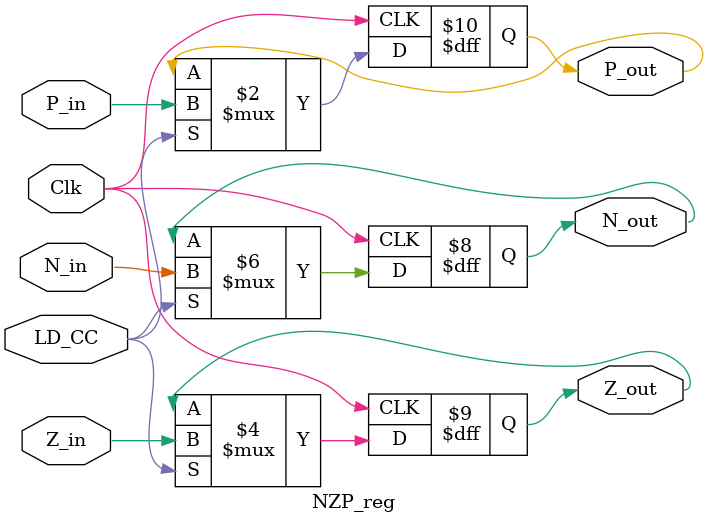
<source format=sv>
module NZP_reg
(
	input logic Clk,
	input logic N_in,
	input logic Z_in,
	input logic P_in,
	input logic LD_CC,
	output logic N_out,
	output logic Z_out,
	output logic P_out
);

always_ff @ (posedge Clk)
			begin
				if (LD_CC)
				begin
					N_out <= N_in;
					Z_out <= Z_in;
					P_out <= P_in;
				end
			end
endmodule

</source>
